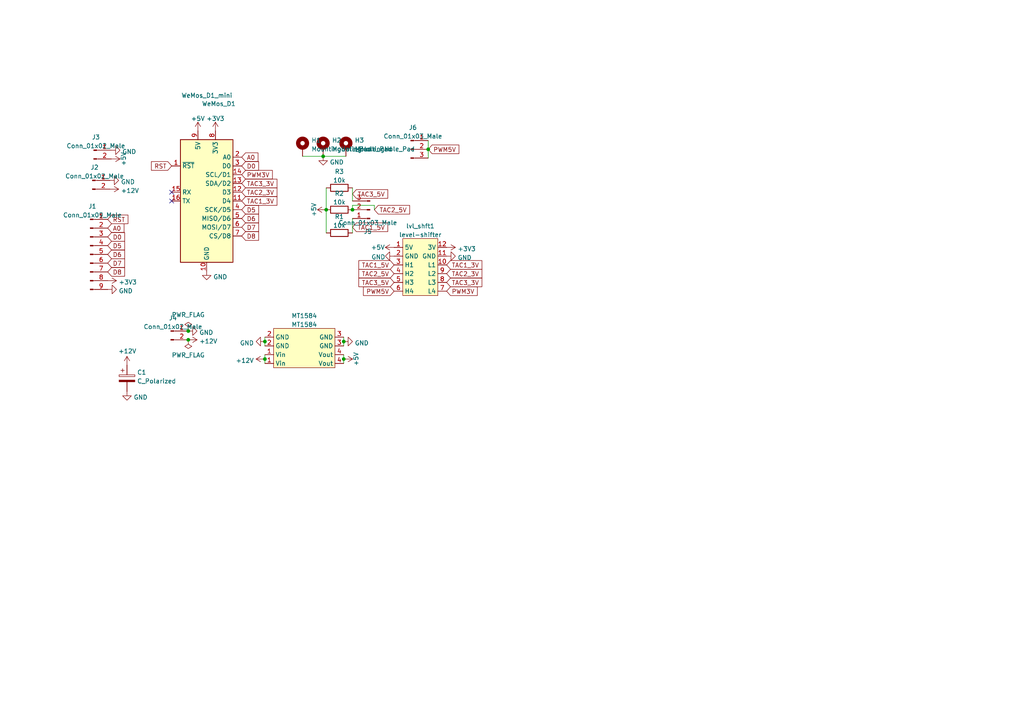
<source format=kicad_sch>
(kicad_sch (version 20211123) (generator eeschema)
  (paper "A4")
  (lib_symbols
    (symbol "Connector:Conn_01x02_Male" (pin_names (offset 1.016) hide)
      (property "Reference" "J" (at 0 2.54 0))
      (property "Value" "Conn_01x02_Male" (at 0 -5.08 0))
      (symbol "Conn_01x02_Male_1_1"
        (polyline (pts (xy 1.27 -2.54) (xy 0.8636 -2.54)) (stroke (width 0.1524)))
        (polyline (pts (xy 1.27 0) (xy 0.8636 0)) (stroke (width 0.1524)))
        (rectangle (start 0.8636 -2.413) (end 0 -2.667) (stroke (width 0.1524)) (fill (type outline)))
        (rectangle (start 0.8636 0.127) (end 0 -0.127) (stroke (width 0.1524)) (fill (type outline)))
        (pin passive line (at 5.08 0 180) (length 3.81) (name "Pin_1") (number "1"))
        (pin passive line (at 5.08 -2.54 180) (length 3.81) (name "Pin_2") (number "2"))
      )
    )
    (symbol "Connector:Conn_01x03_Male" (pin_names (offset 1.016) hide)
      (property "Reference" "J" (at 0 5.08 0))
      (property "Value" "Conn_01x03_Male" (at 0 -5.08 0))
      (symbol "Conn_01x03_Male_1_1"
        (polyline (pts (xy 1.27 -2.54) (xy 0.8636 -2.54)) (stroke (width 0.1524)))
        (polyline (pts (xy 1.27 0) (xy 0.8636 0)) (stroke (width 0.1524)))
        (polyline (pts (xy 1.27 2.54) (xy 0.8636 2.54)) (stroke (width 0.1524)))
        (rectangle (start 0.8636 -2.413) (end 0 -2.667) (stroke (width 0.1524)) (fill (type outline)))
        (rectangle (start 0.8636 0.127) (end 0 -0.127) (stroke (width 0.1524)) (fill (type outline)))
        (rectangle (start 0.8636 2.667) (end 0 2.413) (stroke (width 0.1524)) (fill (type outline)))
        (pin passive line (at 5.08 2.54 180) (length 3.81) (name "Pin_1") (number "1"))
        (pin passive line (at 5.08 0 180) (length 3.81) (name "Pin_2") (number "2"))
        (pin passive line (at 5.08 -2.54 180) (length 3.81) (name "Pin_3") (number "3"))
      )
    )
    (symbol "Connector:Conn_01x09_Male" (pin_names (offset 1.016) hide)
      (property "Reference" "J" (at 0 12.7 0))
      (property "Value" "Conn_01x09_Male" (at 0 -12.7 0))
      (symbol "Conn_01x09_Male_1_1"
        (polyline (pts (xy 1.27 -10.16) (xy 0.8636 -10.16)) (stroke (width 0.1524)))
        (polyline (pts (xy 1.27 -7.62) (xy 0.8636 -7.62)) (stroke (width 0.1524)))
        (polyline (pts (xy 1.27 -5.08) (xy 0.8636 -5.08)) (stroke (width 0.1524)))
        (polyline (pts (xy 1.27 -2.54) (xy 0.8636 -2.54)) (stroke (width 0.1524)))
        (polyline (pts (xy 1.27 0) (xy 0.8636 0)) (stroke (width 0.1524)))
        (polyline (pts (xy 1.27 2.54) (xy 0.8636 2.54)) (stroke (width 0.1524)))
        (polyline (pts (xy 1.27 5.08) (xy 0.8636 5.08)) (stroke (width 0.1524)))
        (polyline (pts (xy 1.27 7.62) (xy 0.8636 7.62)) (stroke (width 0.1524)))
        (polyline (pts (xy 1.27 10.16) (xy 0.8636 10.16)) (stroke (width 0.1524)))
        (rectangle (start 0.8636 -10.033) (end 0 -10.287) (stroke (width 0.1524)) (fill (type outline)))
        (rectangle (start 0.8636 -7.493) (end 0 -7.747) (stroke (width 0.1524)) (fill (type outline)))
        (rectangle (start 0.8636 -4.953) (end 0 -5.207) (stroke (width 0.1524)) (fill (type outline)))
        (rectangle (start 0.8636 -2.413) (end 0 -2.667) (stroke (width 0.1524)) (fill (type outline)))
        (rectangle (start 0.8636 0.127) (end 0 -0.127) (stroke (width 0.1524)) (fill (type outline)))
        (rectangle (start 0.8636 2.667) (end 0 2.413) (stroke (width 0.1524)) (fill (type outline)))
        (rectangle (start 0.8636 5.207) (end 0 4.953) (stroke (width 0.1524)) (fill (type outline)))
        (rectangle (start 0.8636 7.747) (end 0 7.493) (stroke (width 0.1524)) (fill (type outline)))
        (rectangle (start 0.8636 10.287) (end 0 10.033) (stroke (width 0.1524)) (fill (type outline)))
        (pin passive line (at 5.08 10.16 180) (length 3.81) (name "Pin_1") (number "1"))
        (pin passive line (at 5.08 7.62 180) (length 3.81) (name "Pin_2") (number "2"))
        (pin passive line (at 5.08 5.08 180) (length 3.81) (name "Pin_3") (number "3"))
        (pin passive line (at 5.08 2.54 180) (length 3.81) (name "Pin_4") (number "4"))
        (pin passive line (at 5.08 0 180) (length 3.81) (name "Pin_5") (number "5"))
        (pin passive line (at 5.08 -2.54 180) (length 3.81) (name "Pin_6") (number "6"))
        (pin passive line (at 5.08 -5.08 180) (length 3.81) (name "Pin_7") (number "7"))
        (pin passive line (at 5.08 -7.62 180) (length 3.81) (name "Pin_8") (number "8"))
        (pin passive line (at 5.08 -10.16 180) (length 3.81) (name "Pin_9") (number "9"))
      )
    )
    (symbol "Device:C_Polarized" (pin_numbers hide) (pin_names (offset 0.254))
      (property "Reference" "C" (at 0.635 2.54 0))
      (property "Value" "C_Polarized" (at 0.635 -2.54 0))
      (symbol "C_Polarized_0_1"
        (rectangle (start -2.286 0.508) (end 2.286 1.016))
        (polyline (pts (xy -1.778 2.286) (xy -0.762 2.286)))
        (polyline (pts (xy -1.27 2.794) (xy -1.27 1.778)))
        (rectangle (start 2.286 -0.508) (end -2.286 -1.016) (fill (type outline)))
      )
      (symbol "C_Polarized_1_1"
        (pin passive line (at 0 3.81 270) (length 2.794) (name "~") (number "1"))
        (pin passive line (at 0 -3.81 90) (length 2.794) (name "~") (number "2"))
      )
    )
    (symbol "Device:R" (pin_numbers hide) (pin_names (offset 0))
      (property "Reference" "R" (at 2.032 0 90))
      (property "Value" "R" (at 0 0 90))
      (symbol "R_0_1"
        (rectangle (start -1.016 -2.54) (end 1.016 2.54) (stroke (width 0.254)))
      )
      (symbol "R_1_1"
        (pin passive line (at 0 3.81 270) (length 1.27) (name "~") (number "1"))
        (pin passive line (at 0 -3.81 90) (length 1.27) (name "~") (number "2"))
      )
    )
    (symbol "MCU_Module:WeMos_D1_mini"
      (property "Reference" "U" (at 3.81 19.05 0))
      (property "Value" "WeMos_D1_mini" (at 1.27 -19.05 0))
      (symbol "WeMos_D1_mini_1_1"
        (rectangle (start -7.62 17.78) (end 7.62 -17.78) (stroke (width 0.254)) (fill (type background)))
        (pin input line (at -10.16 10.16 0) (length 2.54) (name "~{RST}") (number "1"))
        (pin power_in line (at 0 -20.32 90) (length 2.54) (name "GND") (number "10"))
        (pin bidirectional line (at 10.16 0 180) (length 2.54) (name "D4") (number "11"))
        (pin bidirectional line (at 10.16 2.54 180) (length 2.54) (name "D3") (number "12"))
        (pin bidirectional line (at 10.16 5.08 180) (length 2.54) (name "SDA/D2") (number "13"))
        (pin bidirectional line (at 10.16 7.62 180) (length 2.54) (name "SCL/D1") (number "14"))
        (pin input line (at -10.16 2.54 0) (length 2.54) (name "RX") (number "15"))
        (pin output line (at -10.16 0 0) (length 2.54) (name "TX") (number "16"))
        (pin input line (at 10.16 12.7 180) (length 2.54) (name "A0") (number "2"))
        (pin bidirectional line (at 10.16 10.16 180) (length 2.54) (name "D0") (number "3"))
        (pin bidirectional line (at 10.16 -2.54 180) (length 2.54) (name "SCK/D5") (number "4"))
        (pin bidirectional line (at 10.16 -5.08 180) (length 2.54) (name "MISO/D6") (number "5"))
        (pin bidirectional line (at 10.16 -7.62 180) (length 2.54) (name "MOSI/D7") (number "6"))
        (pin bidirectional line (at 10.16 -10.16 180) (length 2.54) (name "CS/D8") (number "7"))
        (pin power_out line (at 2.54 20.32 270) (length 2.54) (name "3V3") (number "8"))
        (pin power_in line (at -2.54 20.32 270) (length 2.54) (name "5V") (number "9"))
      )
    )
    (symbol "Mechanical:MountingHole_Pad" (pin_numbers hide) (pin_names (offset 1.016) hide)
      (property "Reference" "H" (at 0 6.35 0))
      (property "Value" "MountingHole_Pad" (at 0 4.445 0))
      (symbol "MountingHole_Pad_0_1"
        (circle (center 0 1.27) (radius 1.27) (stroke (width 1.27)))
      )
      (symbol "MountingHole_Pad_1_1"
        (pin input line (at 0 -2.54 90) (length 2.54) (name "1") (number "1"))
      )
    )
    (symbol "lsr:MT1584"
      (property "Reference" "U" (at 0 6.35 0))
      (property "Value" "MT1584" (at 0 -7.62 0))
      (symbol "MT1584_0_0"
        (pin power_in line (at -11.43 -5.08 0) (length 2.54) (name "Vin") (number "1"))
        (pin power_in line (at -11.43 -2.54 0) (length 2.54) (name "Vin") (number "1"))
        (pin power_in line (at -11.43 0 0) (length 2.54) (name "GND") (number "2"))
        (pin power_in line (at -11.43 2.54 0) (length 2.54) (name "GND") (number "2"))
        (pin power_in line (at 11.43 0 180) (length 2.54) (name "GND") (number "3"))
        (pin power_in line (at 11.43 2.54 180) (length 2.54) (name "GND") (number "3"))
        (pin passive line (at 11.43 -5.08 180) (length 2.54) (name "Vout") (number "4"))
        (pin power_out line (at 11.43 -2.54 180) (length 2.54) (name "Vout") (number "4"))
      )
      (symbol "MT1584_0_1"
        (rectangle (start -8.89 5.08) (end 8.89 -6.35) (stroke (width 0.1524)) (fill (type background)))
      )
    )
    (symbol "lsr:level-shifter"
      (property "Reference" "U" (at 0 5.08 0))
      (property "Value" "level-shifter" (at 0 2.54 0))
      (symbol "level-shifter_0_0"
        (pin power_in line (at -7.62 -3.81 0) (length 2.54) (name "5V") (number "1"))
        (pin bidirectional line (at 7.62 -8.89 180) (length 2.54) (name "L1") (number "10"))
        (pin power_in line (at 7.62 -6.35 180) (length 2.54) (name "GND") (number "11"))
        (pin power_in line (at 7.62 -3.81 180) (length 2.54) (name "3V") (number "12"))
        (pin power_in line (at -7.62 -6.35 0) (length 2.54) (name "GND") (number "2"))
        (pin bidirectional line (at -7.62 -8.89 0) (length 2.54) (name "H1") (number "3"))
        (pin bidirectional line (at -7.62 -11.43 0) (length 2.54) (name "H2") (number "4"))
        (pin bidirectional line (at -7.62 -13.97 0) (length 2.54) (name "H3") (number "5"))
        (pin bidirectional line (at -7.62 -16.51 0) (length 2.54) (name "H4") (number "6"))
        (pin bidirectional line (at 7.62 -16.51 180) (length 2.54) (name "L4") (number "7"))
        (pin bidirectional line (at 7.62 -13.97 180) (length 2.54) (name "L3") (number "8"))
        (pin bidirectional line (at 7.62 -11.43 180) (length 2.54) (name "L2") (number "9"))
      )
      (symbol "level-shifter_0_1"
        (rectangle (start -5.08 -1.27) (end 5.08 -17.78) (stroke (width 0.1524)) (fill (type background)))
      )
    )
    (symbol "power:+12V" (power) (pin_names (offset 0))
      (property "Value" "+12V" (at 0 3.556 0))
      (symbol "+12V_0_1"
        (polyline (pts (xy -0.762 1.27) (xy 0 2.54)))
        (polyline (pts (xy 0 0) (xy 0 2.54)))
        (polyline (pts (xy 0 2.54) (xy 0.762 1.27)))
      )
      (symbol "+12V_1_1"
        (pin power_in line (at 0 0 90) (length 0) hide (name "+12V") (number "1"))
      )
    )
    (symbol "power:+3.3V" (power) (pin_names (offset 0))
      (property "Value" "+3.3V" (at 0 3.556 0))
      (symbol "+3.3V_0_1"
        (polyline (pts (xy -0.762 1.27) (xy 0 2.54)))
        (polyline (pts (xy 0 0) (xy 0 2.54)))
        (polyline (pts (xy 0 2.54) (xy 0.762 1.27)))
      )
      (symbol "+3.3V_1_1"
        (pin power_in line (at 0 0 90) (length 0) hide (name "+3V3") (number "1"))
      )
    )
    (symbol "power:+5V" (power) (pin_names (offset 0))
      (property "Value" "+5V" (at 0 3.556 0))
      (symbol "+5V_0_1"
        (polyline (pts (xy -0.762 1.27) (xy 0 2.54)))
        (polyline (pts (xy 0 0) (xy 0 2.54)))
        (polyline (pts (xy 0 2.54) (xy 0.762 1.27)))
      )
      (symbol "+5V_1_1"
        (pin power_in line (at 0 0 90) (length 0) hide (name "+5V") (number "1"))
      )
    )
    (symbol "power:GND" (power) (pin_names (offset 0))
      (property "Value" "GND" (at 0 -3.81 0))
      (symbol "GND_0_1"
        (polyline (pts (xy 0 0) (xy 0 -1.27) (xy 1.27 -1.27) (xy 0 -2.54) (xy -1.27 -1.27) (xy 0 -1.27)))
      )
      (symbol "GND_1_1"
        (pin power_in line (at 0 0 270) (length 0) hide (name "GND") (number "1"))
      )
    )
    (symbol "power:PWR_FLAG" (power) (pin_numbers hide) (pin_names (offset 0) hide)
      (property "Value" "PWR_FLAG" (at 0 3.81 0))
      (symbol "PWR_FLAG_0_0"
        (pin power_out line (at 0 0 90) (length 0) (name "pwr") (number "1"))
      )
      (symbol "PWR_FLAG_0_1"
        (polyline (pts (xy 0 0) (xy 0 1.27) (xy -1.016 1.905) (xy 0 2.54) (xy 1.016 1.905) (xy 0 1.27)))
      )
    )
  )
  (junction (at 124.206 43.307))
  (junction (at 94.615 60.833))
  (junction (at 99.695 99.06))
  (junction (at 76.835 99.06))
  (junction (at 76.835 104.14))
  (junction (at 102.235 60.833))
  (junction (at 93.726 45.339))
  (junction (at 54.61 96.012))
  (junction (at 54.61 98.552))
  (junction (at 99.695 104.14))
  (no_connect (at 49.784 58.293))
  (no_connect (at 49.784 55.753))
  (wire (pts (xy 99.695 97.79) (xy 99.695 99.06)))
  (wire (pts (xy 102.235 54.483) (xy 102.235 58.293)))
  (wire (pts (xy 94.615 54.483) (xy 94.615 60.833)))
  (wire (pts (xy 94.615 60.833) (xy 94.615 67.564)))
  (wire (pts (xy 93.726 45.339) (xy 100.33 45.339)))
  (wire (pts (xy 76.835 102.87) (xy 76.835 104.14)))
  (wire (pts (xy 99.695 102.87) (xy 99.695 104.14)))
  (wire (pts (xy 108.585 60.833) (xy 108.585 59.563)))
  (wire (pts (xy 124.206 43.307) (xy 124.206 45.847)))
  (wire (pts (xy 102.235 63.373) (xy 102.235 67.564)))
  (wire (pts (xy 76.835 104.14) (xy 76.835 105.41)))
  (wire (pts (xy 108.585 59.563) (xy 102.235 59.563)))
  (wire (pts (xy 99.695 104.14) (xy 99.695 105.41)))
  (wire (pts (xy 102.235 59.563) (xy 102.235 60.833)))
  (wire (pts (xy 76.835 99.06) (xy 76.835 100.33)))
  (wire (pts (xy 76.835 97.79) (xy 76.835 99.06)))
  (wire (pts (xy 124.206 40.767) (xy 124.206 43.307)))
  (wire (pts (xy 87.757 45.339) (xy 93.726 45.339)))
  (wire (pts (xy 99.695 99.06) (xy 99.695 100.33)))
  (global_label "RST" (shape input) (at 31.242 63.627 0) (property "Intersheet References" "${INTERSHEET_REFS}" (effects hide)))
  (global_label "TAC3_5V" (shape input) (at 102.235 56.261 0) (property "Intersheet References" "${INTERSHEET_REFS}" (effects hide)))
  (global_label "TAC2_5V" (shape input) (at 108.585 60.833 0) (property "Intersheet References" "${INTERSHEET_REFS}" (effects hide)))
  (global_label "D6" (shape input) (at 70.104 63.373 0) (property "Intersheet References" "${INTERSHEET_REFS}" (effects hide)))
  (global_label "D5" (shape input) (at 70.104 60.833 0) (property "Intersheet References" "${INTERSHEET_REFS}" (effects hide)))
  (global_label "TAC2_5V" (shape input) (at 114.3 79.375 180) (property "Intersheet References" "${INTERSHEET_REFS}" (effects hide)))
  (global_label "TAC1_5V" (shape input) (at 102.235 65.913 0) (property "Intersheet References" "${INTERSHEET_REFS}" (effects hide)))
  (global_label "D7" (shape input) (at 31.242 76.327 0) (property "Intersheet References" "${INTERSHEET_REFS}" (effects hide)))
  (global_label "PWM3V" (shape input) (at 129.54 84.455 0) (property "Intersheet References" "${INTERSHEET_REFS}" (effects hide)))
  (global_label "TAC1_3V" (shape input) (at 70.104 58.293 0) (property "Intersheet References" "${INTERSHEET_REFS}" (effects hide)))
  (global_label "D7" (shape input) (at 70.104 65.913 0) (property "Intersheet References" "${INTERSHEET_REFS}" (effects hide)))
  (global_label "D6" (shape input) (at 31.242 73.787 0) (property "Intersheet References" "${INTERSHEET_REFS}" (effects hide)))
  (global_label "TAC2_3V" (shape input) (at 70.104 55.753 0) (property "Intersheet References" "${INTERSHEET_REFS}" (effects hide)))
  (global_label "TAC3_5V" (shape input) (at 114.3 81.915 180) (property "Intersheet References" "${INTERSHEET_REFS}" (effects hide)))
  (global_label "A0" (shape input) (at 31.242 66.167 0) (property "Intersheet References" "${INTERSHEET_REFS}" (effects hide)))
  (global_label "PWM5V" (shape input) (at 114.3 84.455 180) (property "Intersheet References" "${INTERSHEET_REFS}" (effects hide)))
  (global_label "D0" (shape input) (at 31.242 68.707 0) (property "Intersheet References" "${INTERSHEET_REFS}" (effects hide)))
  (global_label "D0" (shape input) (at 70.104 48.133 0) (property "Intersheet References" "${INTERSHEET_REFS}" (effects hide)))
  (global_label "PWM3V" (shape input) (at 70.104 50.673 0) (property "Intersheet References" "${INTERSHEET_REFS}" (effects hide)))
  (global_label "D5" (shape input) (at 31.242 71.247 0) (property "Intersheet References" "${INTERSHEET_REFS}" (effects hide)))
  (global_label "D8" (shape input) (at 70.104 68.453 0) (property "Intersheet References" "${INTERSHEET_REFS}" (effects hide)))
  (global_label "TAC3_3V" (shape input) (at 70.104 53.213 0) (property "Intersheet References" "${INTERSHEET_REFS}" (effects hide)))
  (global_label "PWM5V" (shape input) (at 124.206 43.307 0) (property "Intersheet References" "${INTERSHEET_REFS}" (effects hide)))
  (global_label "TAC1_3V" (shape input) (at 129.54 76.835 0) (property "Intersheet References" "${INTERSHEET_REFS}" (effects hide)))
  (global_label "TAC3_3V" (shape input) (at 129.54 81.915 0) (property "Intersheet References" "${INTERSHEET_REFS}" (effects hide)))
  (global_label "A0" (shape input) (at 70.104 45.593 0) (property "Intersheet References" "${INTERSHEET_REFS}" (effects hide)))
  (global_label "RST" (shape input) (at 49.784 48.133 180) (property "Intersheet References" "${INTERSHEET_REFS}" (effects hide)))
  (global_label "TAC2_3V" (shape input) (at 129.54 79.375 0) (property "Intersheet References" "${INTERSHEET_REFS}" (effects hide)))
  (global_label "D8" (shape input) (at 31.242 78.867 0) (property "Intersheet References" "${INTERSHEET_REFS}" (effects hide)))
  (global_label "TAC1_5V" (shape input) (at 114.3 76.835 180) (property "Intersheet References" "${INTERSHEET_REFS}" (effects hide)))
  (symbol (lib_id "power:GND") (at 76.835 99.06 270) (unit 1)
    (property "Reference" "#PWR012" (effects hide))
    (property "Value" "GND" (at 73.6601 99.4938 90) (effects (justify right)))
  )
  (symbol (lib_id "power:GND") (at 129.54 74.295 90) (unit 1)
    (property "Reference" "#PWR020" (effects hide))
    (property "Value" "GND" (at 132.715 74.7288 90) (effects (justify right)))
  )
  (symbol (lib_id "power:GND") (at 32.258 43.561 90) (unit 1)
    (property "Reference" "#PWR05" (effects hide))
    (property "Value" "GND" (at 35.433 43.9948 90) (effects (justify right)))
  )
  (symbol (lib_id "Device:R") (at 98.425 67.564 90) (unit 1)
    (property "Reference" "R1" (at 98.425 62.8482 90))
    (property "Value" "10k" (at 98.425 65.3851 90))
    (property "Footprint" "Resistor_SMD:R_1206_3216Metric_Pad1.30x1.75mm_HandSolder" (effects hide))
  )
  (symbol (lib_id "Device:R") (at 98.425 60.833 270) (unit 1)
    (property "Reference" "R2" (at 98.425 56.1172 90))
    (property "Value" "10k" (at 98.425 58.6541 90))
    (property "Footprint" "Resistor_SMD:R_1206_3216Metric_Pad1.30x1.75mm_HandSolder" (effects hide))
  )
  (symbol (lib_id "power:+3.3V") (at 129.54 71.755 270) (unit 1)
    (property "Reference" "#PWR019" (effects hide))
    (property "Value" "+3.3V" (at 132.715 72.1888 90) (effects (justify left)))
  )
  (symbol (lib_id "power:+5V") (at 94.615 60.833 90) (unit 1)
    (property "Reference" "#PWR014" (effects hide))
    (property "Value" "+5V" (at 91.0392 60.833 0))
  )
  (symbol (lib_id "lsr:MT1584") (at 88.265 100.33 0) (unit 1)
    (property "Reference" "MT1584" (at 88.265 91.601 0))
    (property "Value" "MT1584" (at 88.265 94.1379 0))
    (property "Footprint" "lsr:MP1584_buck_module" (effects hide))
  )
  (symbol (lib_id "Mechanical:MountingHole_Pad") (at 87.757 42.799 0) (unit 1)
    (property "Reference" "H1" (at 90.297 40.6943 0) (effects (justify left)))
    (property "Value" "MountingHole_Pad" (at 90.297 43.2312 0) (effects (justify left)))
    (property "Footprint" "MountingHole:MountingHole_3.2mm_M3_DIN965_Pad" (effects hide))
  )
  (symbol (lib_id "Mechanical:MountingHole_Pad") (at 100.33 42.799 0) (unit 1)
    (property "Reference" "H3" (at 102.87 40.6943 0) (effects (justify left)))
    (property "Value" "MountingHole_Pad" (at 102.87 43.2312 0) (effects (justify left)))
    (property "Footprint" "MountingHole:MountingHole_3.2mm_M3_DIN965_Pad" (effects hide))
  )
  (symbol (lib_id "power:GND") (at 31.877 52.324 90) (unit 1)
    (property "Reference" "#PWR03" (effects hide))
    (property "Value" "GND" (at 35.052 52.7578 90) (effects (justify right)))
  )
  (symbol (lib_id "Connector:Conn_01x02_Male") (at 27.178 43.561 0) (unit 1)
    (property "Reference" "J3" (at 27.813 39.785 0))
    (property "Value" "Conn_01x02_Male" (at 27.813 42.3219 0))
    (property "Footprint" "Connector_PinHeader_2.54mm:PinHeader_1x02_P2.54mm_Vertical" (effects hide))
  )
  (symbol (lib_id "power:PWR_FLAG") (at 54.61 98.552 180) (unit 1)
    (property "Reference" "#FLG02" (effects hide))
    (property "Value" "PWR_FLAG" (at 54.61 102.9954 0))
  )
  (symbol (lib_id "Connector:Conn_01x02_Male") (at 26.797 52.324 0) (unit 1)
    (property "Reference" "J2" (at 27.432 48.548 0))
    (property "Value" "Conn_01x02_Male" (at 27.432 51.0849 0))
    (property "Footprint" "Connector_PinHeader_2.54mm:PinHeader_1x02_P2.54mm_Vertical" (effects hide))
  )
  (symbol (lib_id "power:+5V") (at 99.695 104.14 270) (unit 1)
    (property "Reference" "#PWR016" (effects hide))
    (property "Value" "+5V" (at 103.2708 104.14 0))
  )
  (symbol (lib_id "power:PWR_FLAG") (at 54.61 96.012 0) (unit 1)
    (property "Reference" "#FLG01" (effects hide))
    (property "Value" "PWR_FLAG" (at 49.784 91.313 0) (effects (justify left)))
  )
  (symbol (lib_id "power:GND") (at 114.3 74.295 270) (unit 1)
    (property "Reference" "#PWR018" (effects hide))
    (property "Value" "GND" (at 107.696 74.549 90) (effects (justify left)))
  )
  (symbol (lib_id "Connector:Conn_01x09_Male") (at 26.162 73.787 0) (unit 1)
    (property "Reference" "J1" (at 26.797 59.851 0))
    (property "Value" "Conn_01x09_Male" (at 26.797 62.3879 0))
    (property "Footprint" "Connector_PinHeader_2.54mm:PinHeader_1x09_P2.54mm_Vertical" (effects hide))
  )
  (symbol (lib_id "Device:R") (at 98.425 54.483 90) (unit 1)
    (property "Reference" "R3" (at 98.425 49.7672 90))
    (property "Value" "10k" (at 98.425 52.3041 90))
    (property "Footprint" "Resistor_SMD:R_1206_3216Metric_Pad1.30x1.75mm_HandSolder" (effects hide))
  )
  (symbol (lib_id "power:+3.3V") (at 62.484 37.973 0) (unit 1)
    (property "Reference" "#PWR011" (effects hide))
    (property "Value" "+3.3V" (at 62.484 34.3972 0))
  )
  (symbol (lib_id "power:+5V") (at 57.404 37.973 0) (unit 1)
    (property "Reference" "#PWR09" (effects hide))
    (property "Value" "+5V" (at 57.404 34.3972 0))
  )
  (symbol (lib_id "power:GND") (at 36.83 113.538 0) (unit 1)
    (property "Reference" "#PWR0103" (effects hide))
    (property "Value" "GND" (at 38.735 115.2418 0) (effects (justify left)))
  )
  (symbol (lib_id "power:GND") (at 31.242 83.947 90) (unit 1)
    (property "Reference" "#PWR02" (effects hide))
    (property "Value" "GND" (at 34.417 84.3808 90) (effects (justify right)))
  )
  (symbol (lib_id "Connector:Conn_01x03_Male") (at 107.315 60.833 180) (unit 1)
    (property "Reference" "J5" (at 106.68 67.149 0))
    (property "Value" "Conn_01x03_Male" (at 106.68 64.6121 0))
    (property "Footprint" "Connector_PinHeader_2.54mm:PinHeader_1x03_P2.54mm_Vertical" (effects hide))
  )
  (symbol (lib_id "Device:C_Polarized") (at 36.83 109.728 0) (unit 1)
    (property "Reference" "C1" (at 39.751 108.0043 0) (effects (justify left)))
    (property "Value" "C_Polarized" (at 39.751 110.5412 0) (effects (justify left)))
    (property "Footprint" "Capacitor_THT:CP_Radial_D5.0mm_P2.00mm" (effects hide))
  )
  (symbol (lib_id "power:+12V") (at 76.835 104.14 90) (unit 1)
    (property "Reference" "#PWR013" (effects hide))
    (property "Value" "+12V" (at 73.66 104.5738 90) (effects (justify left)))
  )
  (symbol (lib_id "MCU_Module:WeMos_D1_mini") (at 59.944 58.293 0) (unit 1)
    (property "Reference" "WeMos_D1" (at 58.547 30.099 0) (effects (justify left)))
    (property "Value" "WeMos_D1_mini" (at 52.578 27.686 0) (effects (justify left)))
    (property "Footprint" "Module:WEMOS_D1_mini_light" (effects hide))
    (property "Datasheet" "https://wiki.wemos.cc/products:d1:d1_mini#documentation" (effects hide))
  )
  (symbol (lib_id "power:+12V") (at 36.83 105.918 0) (unit 1)
    (property "Reference" "#PWR0102" (effects hide))
    (property "Value" "+12V" (at 34.29 101.854 0) (effects (justify left)))
  )
  (symbol (lib_id "lsr:level-shifter") (at 121.92 67.945 0) (unit 1)
    (property "Reference" "lvl_shft1" (at 121.92 65.566 0))
    (property "Value" "level-shifter" (at 121.92 68.1029 0))
    (property "Footprint" "lsr:level-shifter" (effects hide))
  )
  (symbol (lib_id "power:GND") (at 93.726 45.339 0) (unit 1)
    (property "Reference" "#PWR0101" (effects hide))
    (property "Value" "GND" (at 95.631 47.0428 0) (effects (justify left)))
  )
  (symbol (lib_id "Connector:Conn_01x02_Male") (at 49.53 96.012 0) (unit 1)
    (property "Reference" "J4" (at 50.165 92.236 0))
    (property "Value" "Conn_01x02_Male" (at 50.165 94.7729 0))
    (property "Footprint" "TerminalBlock:TerminalBlock_bornier-2_P5.08mm" (effects hide))
  )
  (symbol (lib_id "power:GND") (at 59.944 78.613 0) (unit 1)
    (property "Reference" "#PWR010" (effects hide))
    (property "Value" "GND" (at 61.849 80.3168 0) (effects (justify left)))
  )
  (symbol (lib_id "Mechanical:MountingHole_Pad") (at 93.726 42.799 0) (unit 1)
    (property "Reference" "H2" (at 96.266 40.6943 0) (effects (justify left)))
    (property "Value" "MountingHole_Pad" (at 96.266 43.2312 0) (effects (justify left)))
    (property "Footprint" "MountingHole:MountingHole_3.2mm_M3_DIN965_Pad" (effects hide))
  )
  (symbol (lib_id "power:+12V") (at 54.61 98.552 270) (unit 1)
    (property "Reference" "#PWR08" (effects hide))
    (property "Value" "+12V" (at 57.785 98.9858 90) (effects (justify left)))
  )
  (symbol (lib_id "power:+3.3V") (at 31.242 81.407 270) (unit 1)
    (property "Reference" "#PWR01" (effects hide))
    (property "Value" "+3.3V" (at 34.417 81.8408 90) (effects (justify left)))
  )
  (symbol (lib_id "power:+5V") (at 32.258 46.101 270) (unit 1)
    (property "Reference" "#PWR06" (effects hide))
    (property "Value" "+5V" (at 35.8338 46.101 0))
  )
  (symbol (lib_id "power:+5V") (at 114.3 71.755 90) (unit 1)
    (property "Reference" "#PWR017" (effects hide))
    (property "Value" "+5V" (at 109.601 71.755 90))
  )
  (symbol (lib_id "Connector:Conn_01x03_Male") (at 119.126 43.307 0) (unit 1)
    (property "Reference" "J6" (at 119.761 36.991 0))
    (property "Value" "Conn_01x03_Male" (at 119.761 39.5279 0))
    (property "Footprint" "Connector_PinHeader_2.54mm:PinHeader_1x03_P2.54mm_Vertical" (effects hide))
  )
  (symbol (lib_id "power:+12V") (at 31.877 54.864 270) (unit 1)
    (property "Reference" "#PWR04" (effects hide))
    (property "Value" "+12V" (at 35.052 55.2978 90) (effects (justify left)))
  )
  (symbol (lib_id "power:GND") (at 54.61 96.012 90) (unit 1)
    (property "Reference" "#PWR07" (effects hide))
    (property "Value" "GND" (at 57.785 96.4458 90) (effects (justify right)))
  )
  (symbol (lib_id "power:GND") (at 99.695 99.06 90) (unit 1)
    (property "Reference" "#PWR015" (effects hide))
    (property "Value" "GND" (at 102.87 99.4938 90) (effects (justify right)))
  )
)
</source>
